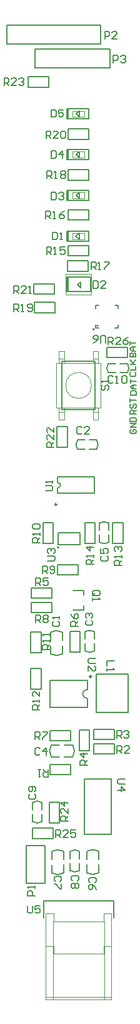
<source format=gto>
%FSLAX25Y25*%
%MOIN*%
G70*
G01*
G75*
%ADD10R,0.03150X0.03937*%
%ADD11R,0.03937X0.03150*%
%ADD12R,0.04724X0.03937*%
%ADD13R,0.01575X0.03937*%
%ADD14R,0.03150X0.03543*%
%ADD15R,0.03150X0.03543*%
%ADD16R,0.02400X0.05906*%
%ADD17R,0.12402X0.08898*%
%ADD18R,0.03937X0.04724*%
%ADD19C,0.05906*%
%ADD20R,0.15748X0.05118*%
%ADD21R,0.03150X0.02559*%
%ADD22R,0.00787X0.02362*%
%ADD23R,0.00787X0.03150*%
%ADD24R,0.02362X0.00787*%
%ADD25R,0.03150X0.00787*%
%ADD26R,0.05118X0.05118*%
%ADD27O,0.01969X0.07874*%
%ADD28R,0.01969X0.07874*%
%ADD29R,0.05906X0.03937*%
%ADD30R,0.05906X0.12992*%
%ADD31R,0.01063X0.07874*%
%ADD32R,0.02362X0.07874*%
%ADD33C,0.01575*%
%ADD34C,0.01000*%
%ADD35C,0.03937*%
%ADD36C,0.00787*%
%ADD37C,0.01181*%
%ADD38R,0.05906X0.05906*%
%ADD39R,0.05906X0.05906*%
%ADD40C,0.01969*%
%ADD41C,0.03150*%
%ADD42C,0.02756*%
%ADD43C,0.00197*%
%ADD44C,0.00500*%
%ADD45C,0.00984*%
%ADD46C,0.00600*%
%ADD47C,0.00709*%
%ADD48C,0.00591*%
%ADD49C,0.00492*%
D36*
X52012Y-440031D02*
G03*
X45876Y-440008I-3087J-5038D01*
G01*
X45871Y-451616D02*
G03*
X52109Y-451454I2989J5097D01*
G01*
X36833Y-450325D02*
G03*
X41774Y-450325I2471J3706D01*
G01*
Y-440089D02*
G03*
X36833Y-440089I-2471J-3706D01*
G01*
X33369Y-440109D02*
G03*
X27233Y-440086I-3087J-5038D01*
G01*
X27228Y-451694D02*
G03*
X33466Y-451532I2989J5097D01*
G01*
X57451Y-265932D02*
G03*
X52509Y-265932I-2471J-3706D01*
G01*
Y-276168D02*
G03*
X57451Y-276168I2471J3706D01*
G01*
X30780Y-278775D02*
G03*
X30780Y-278775I-394J0D01*
G01*
X49722Y-323583D02*
G03*
X44781Y-323583I-2471J-3706D01*
G01*
Y-333819D02*
G03*
X49722Y-333819I2471J3706D01*
G01*
X26485Y-335349D02*
G03*
X32621Y-335371I3087J5038D01*
G01*
X32626Y-323764D02*
G03*
X26388Y-323925I-2989J-5097D01*
G01*
X38261Y-389943D02*
G03*
X38284Y-383806I-5038J3087D01*
G01*
X26676Y-383802D02*
G03*
X26838Y-390039I5097J-2989D01*
G01*
X40742Y-221871D02*
G03*
X40742Y-226812I3706J-2471D01*
G01*
X50978D02*
G03*
X50978Y-221871I-3706J2471D01*
G01*
X49766Y-163172D02*
G03*
X49766Y-163172I-394J0D01*
G01*
X67418Y-186201D02*
G03*
X67418Y-181259I-3706J2471D01*
G01*
X57182D02*
G03*
X57182Y-186201I3706J-2471D01*
G01*
X30196Y-247304D02*
G03*
X30196Y-244417I0J1444D01*
G01*
X21731Y-414172D02*
G03*
X16789Y-414172I-2471J-3706D01*
G01*
Y-424408D02*
G03*
X21731Y-424408I2471J3706D01*
G01*
X35478Y-126844D02*
X46502D01*
X35478Y-132356D02*
Y-126844D01*
Y-132356D02*
X46502D01*
Y-126844D01*
X29844Y-225662D02*
Y-214638D01*
Y-225662D02*
X35356D01*
Y-214638D01*
X29844D02*
X35356D01*
X41774Y-450325D02*
Y-446388D01*
X36833Y-450325D02*
Y-446388D01*
X41774Y-444026D02*
Y-440089D01*
X36833Y-444026D02*
Y-440089D01*
X52509Y-269869D02*
Y-265932D01*
X57451Y-269869D02*
Y-265932D01*
X52509Y-276168D02*
Y-272231D01*
X57451Y-276168D02*
Y-272231D01*
X50256Y-276662D02*
Y-265638D01*
X44744D02*
X50256D01*
X44744Y-276662D02*
Y-265638D01*
Y-276662D02*
X50256D01*
X27886Y-276772D02*
Y-265748D01*
X22374D02*
X27886D01*
X22374Y-276772D02*
Y-265748D01*
Y-276772D02*
X27886D01*
X30047Y-287962D02*
X41070D01*
X30047Y-293474D02*
Y-287962D01*
Y-293474D02*
X41070D01*
Y-287962D01*
X38542Y-301770D02*
X44172D01*
X38502Y-312006D02*
X44172D01*
Y-304132D02*
Y-301770D01*
Y-312006D02*
Y-309644D01*
X16189Y-313438D02*
X27213D01*
Y-307926D01*
X16189D02*
X27213D01*
X16189Y-313438D02*
Y-307926D01*
Y-305898D02*
X27213D01*
Y-300386D01*
X16189D02*
X27213D01*
X16189Y-305898D02*
Y-300386D01*
X26088Y-393974D02*
X37112D01*
X26088Y-399486D02*
Y-393974D01*
Y-399486D02*
X37112D01*
Y-393974D01*
X44781Y-327520D02*
Y-323583D01*
X49722Y-327520D02*
Y-323583D01*
X44781Y-333819D02*
Y-329882D01*
X49722Y-333819D02*
Y-329882D01*
X42147Y-334283D02*
Y-323259D01*
X36635D02*
X42147D01*
X36635Y-334283D02*
Y-323259D01*
Y-334283D02*
X42147D01*
X21327Y-334702D02*
Y-323678D01*
X15815D02*
X21327D01*
X15815Y-334702D02*
Y-323678D01*
Y-334702D02*
X21327D01*
X21317Y-354022D02*
Y-342998D01*
X15805D02*
X21317D01*
X15805Y-354022D02*
Y-342998D01*
Y-354022D02*
X21317D01*
X26162Y-381552D02*
X37186D01*
Y-376040D01*
X26162D02*
X37186D01*
X26162Y-381552D02*
Y-376040D01*
X49379Y-380791D02*
X60403D01*
Y-375279D01*
X49379D02*
X60403D01*
X49379Y-380791D02*
Y-375279D01*
X47174Y-386690D02*
Y-375666D01*
X41662D02*
X47174D01*
X41662Y-386690D02*
Y-375666D01*
Y-386690D02*
X47174D01*
X40742Y-226812D02*
X44679D01*
X40742Y-221871D02*
X44679D01*
X47041Y-226812D02*
X50978D01*
X47041Y-221871D02*
X50978D01*
X35863Y-51456D02*
X46847D01*
Y-45944D01*
X35863D02*
X46847D01*
X35194Y-51456D02*
Y-46574D01*
X35863Y-51456D02*
Y-45944D01*
X35194Y-46574D02*
Y-45983D01*
X35233Y-45944D01*
X35863D01*
X35194Y-51456D02*
X37399D01*
X35838Y-62246D02*
X46862D01*
Y-56734D01*
X35838D02*
X46862D01*
X35838Y-62246D02*
Y-56734D01*
X35727Y-73134D02*
X46712D01*
Y-67622D01*
X35727D02*
X46712D01*
X35058Y-73134D02*
Y-68252D01*
X35727Y-73134D02*
Y-67622D01*
X35058Y-68252D02*
Y-67661D01*
X35098Y-67622D01*
X35727D01*
X35058Y-73134D02*
X37263D01*
X35668Y-84076D02*
X46692D01*
Y-78564D01*
X35668D02*
X46692D01*
X35668Y-84076D02*
Y-78564D01*
X35723Y-94899D02*
X46707D01*
Y-89387D01*
X35723D02*
X46707D01*
X35053Y-94899D02*
Y-90017D01*
X35723Y-94899D02*
Y-89387D01*
X35053Y-90017D02*
Y-89427D01*
X35093Y-89387D01*
X35723D01*
X35053Y-94899D02*
X37258D01*
X35708Y-105186D02*
X46732D01*
Y-99674D01*
X35708D02*
X46732D01*
X35708Y-105186D02*
Y-99674D01*
X35628Y-116458D02*
X46612D01*
Y-110946D01*
X35628D02*
X46612D01*
X34959Y-116458D02*
Y-111576D01*
X35628Y-116458D02*
Y-110946D01*
X34959Y-111576D02*
Y-110985D01*
X34998Y-110946D01*
X35628D01*
X34959Y-116458D02*
X37163D01*
X35618Y-124176D02*
X46642D01*
Y-118664D01*
X35618D02*
X46642D01*
X35618Y-124176D02*
Y-118664D01*
X40922Y-139505D02*
X42497Y-137930D01*
X40922Y-139505D02*
X42497Y-141080D01*
X35804Y-143049D02*
Y-135568D01*
X35017Y-143049D02*
Y-135568D01*
X47615Y-143049D02*
Y-135568D01*
X42497Y-141080D02*
Y-137930D01*
X35017Y-135568D02*
X47615D01*
X35017Y-143049D02*
X47615D01*
X17478Y-144526D02*
X28502D01*
Y-139014D01*
X17478D02*
X28502D01*
X17478Y-144526D02*
Y-139014D01*
X17618Y-154316D02*
X28642D01*
Y-148804D01*
X17618D02*
X28642D01*
X17618Y-154316D02*
Y-148804D01*
X56498Y-178166D02*
X67522D01*
Y-172654D01*
X56498D02*
X67522D01*
X56498Y-178166D02*
Y-172654D01*
X63481Y-181259D02*
X67418D01*
X63481Y-186201D02*
X67418D01*
X57182Y-181259D02*
X61119D01*
X57182Y-186201D02*
X61119D01*
X32452Y-205665D02*
X50168D01*
Y-180075D01*
X32452D02*
X50168D01*
X32452Y-205665D02*
Y-180075D01*
X30196Y-250191D02*
Y-247304D01*
Y-244417D02*
Y-241529D01*
X49881Y-250191D02*
Y-241529D01*
X30196Y-250191D02*
X49881D01*
X30196Y-241529D02*
X49881D01*
X59544Y-276712D02*
Y-265688D01*
Y-276712D02*
X65056D01*
Y-265688D01*
X59544D02*
X65056D01*
X44583Y-401773D02*
X44780Y-401576D01*
X58757Y-430710D02*
Y-415198D01*
X44583Y-430907D02*
X58717D01*
X44583D02*
Y-401773D01*
X44780Y-401576D02*
X58717D01*
X58757Y-416340D02*
Y-401537D01*
X49449Y-388571D02*
X60473D01*
Y-383060D01*
X49449D02*
X60473D01*
X49449Y-388571D02*
Y-383060D01*
X16789Y-418109D02*
Y-414172D01*
X21731Y-418109D02*
Y-414172D01*
X16789Y-424408D02*
Y-420471D01*
X21731Y-424408D02*
Y-420471D01*
X25714Y-424992D02*
Y-413968D01*
Y-424992D02*
X31226D01*
Y-413968D01*
X25714D02*
X31226D01*
X13494Y-456912D02*
X23494D01*
X13494D02*
Y-436912D01*
X23494D01*
Y-456912D02*
Y-436912D01*
X16888Y-433256D02*
X27912D01*
Y-427744D01*
X16888D02*
X27912D01*
X16888Y-433256D02*
Y-427744D01*
X14288Y-29194D02*
X25312D01*
X14288Y-34706D02*
Y-29194D01*
Y-34706D02*
X25312D01*
Y-29194D01*
X17950Y-24540D02*
Y-14540D01*
X57950D01*
X17950Y-24540D02*
X57950D01*
Y-14540D01*
X3110Y-11700D02*
Y-1700D01*
X53110D01*
X3110Y-11700D02*
X53110D01*
Y-1700D01*
X55779Y-170274D02*
Y-166995D01*
X55123Y-166339D01*
X53811D01*
X53155Y-166995D01*
Y-170274D01*
X49219D02*
X50531Y-169618D01*
X51843Y-168306D01*
Y-166995D01*
X51187Y-166339D01*
X49875D01*
X49219Y-166995D01*
Y-167650D01*
X49875Y-168306D01*
X51843D01*
X14215Y-468969D02*
Y-472249D01*
X14871Y-472905D01*
X16183D01*
X16839Y-472249D01*
Y-468969D01*
X20775D02*
X18151D01*
Y-470937D01*
X19463Y-470282D01*
X20119D01*
X20775Y-470937D01*
Y-472249D01*
X20119Y-472905D01*
X18807D01*
X18151Y-472249D01*
X65944Y-401732D02*
X62664D01*
X62008Y-402388D01*
Y-403700D01*
X62664Y-404356D01*
X65944D01*
X62008Y-407636D02*
X65944D01*
X63976Y-405668D01*
Y-408292D01*
X24768Y-286037D02*
X28047D01*
X28703Y-285381D01*
Y-284069D01*
X28047Y-283414D01*
X24768D01*
X25423Y-282102D02*
X24768Y-281446D01*
Y-280134D01*
X25423Y-279478D01*
X26079D01*
X26735Y-280134D01*
Y-280790D01*
Y-280134D01*
X27391Y-279478D01*
X28047D01*
X28703Y-280134D01*
Y-281446D01*
X28047Y-282102D01*
X50432Y-337717D02*
X47152D01*
X46496Y-338372D01*
Y-339684D01*
X47152Y-340340D01*
X50432D01*
X46496Y-344276D02*
Y-341652D01*
X49120Y-344276D01*
X49776D01*
X50432Y-343620D01*
Y-342308D01*
X49776Y-341652D01*
X23663Y-248780D02*
X26943D01*
X27598Y-248124D01*
Y-246812D01*
X26943Y-246156D01*
X23663D01*
X27598Y-244844D02*
Y-243532D01*
Y-244188D01*
X23663D01*
X24319Y-244844D01*
X54122Y-192770D02*
X53466Y-193426D01*
Y-194738D01*
X54122Y-195394D01*
X54778D01*
X55434Y-194738D01*
Y-193426D01*
X56090Y-192770D01*
X56746D01*
X57402Y-193426D01*
Y-194738D01*
X56746Y-195394D01*
X57402Y-191458D02*
Y-190146D01*
Y-190802D01*
X53466D01*
X54122Y-191458D01*
X57177Y-171205D02*
Y-167269D01*
X59145D01*
X59801Y-167925D01*
Y-169237D01*
X59145Y-169893D01*
X57177D01*
X58489D02*
X59801Y-171205D01*
X63736D02*
X61113D01*
X63736Y-168581D01*
Y-167925D01*
X63081Y-167269D01*
X61769D01*
X61113Y-167925D01*
X67672Y-167269D02*
X66360Y-167925D01*
X65048Y-169237D01*
Y-170549D01*
X65704Y-171205D01*
X67016D01*
X67672Y-170549D01*
Y-169893D01*
X67016Y-169237D01*
X65048D01*
X29173Y-432677D02*
Y-428741D01*
X31141D01*
X31797Y-429397D01*
Y-430709D01*
X31141Y-431365D01*
X29173D01*
X30485D02*
X31797Y-432677D01*
X35733D02*
X33109D01*
X35733Y-430053D01*
Y-429397D01*
X35077Y-428741D01*
X33765D01*
X33109Y-429397D01*
X39669Y-428741D02*
X37045D01*
Y-430709D01*
X38357Y-430053D01*
X39013D01*
X39669Y-430709D01*
Y-432021D01*
X39013Y-432677D01*
X37701D01*
X37045Y-432021D01*
X35827Y-424094D02*
X31891D01*
Y-422127D01*
X32547Y-421471D01*
X33859D01*
X34515Y-422127D01*
Y-424094D01*
Y-422783D02*
X35827Y-421471D01*
Y-417535D02*
Y-420159D01*
X33203Y-417535D01*
X32547D01*
X31891Y-418191D01*
Y-419503D01*
X32547Y-420159D01*
X35827Y-414255D02*
X31891D01*
X33859Y-416223D01*
Y-413599D01*
X1614Y-33740D02*
Y-29804D01*
X3582D01*
X4238Y-30460D01*
Y-31772D01*
X3582Y-32428D01*
X1614D01*
X2926D02*
X4238Y-33740D01*
X8174D02*
X5550D01*
X8174Y-31116D01*
Y-30460D01*
X7518Y-29804D01*
X6206D01*
X5550Y-30460D01*
X9486D02*
X10142Y-29804D01*
X11453D01*
X12110Y-30460D01*
Y-31116D01*
X11453Y-31772D01*
X10798D01*
X11453D01*
X12110Y-32428D01*
Y-33084D01*
X11453Y-33740D01*
X10142D01*
X9486Y-33084D01*
X28210Y-225767D02*
X24275D01*
Y-223799D01*
X24930Y-223143D01*
X26242D01*
X26898Y-223799D01*
Y-225767D01*
Y-224455D02*
X28210Y-223143D01*
Y-219207D02*
Y-221831D01*
X25587Y-219207D01*
X24930D01*
X24275Y-219863D01*
Y-221175D01*
X24930Y-221831D01*
X28210Y-215272D02*
Y-217895D01*
X25587Y-215272D01*
X24930D01*
X24275Y-215928D01*
Y-217239D01*
X24930Y-217895D01*
X6811Y-144095D02*
Y-140159D01*
X8779D01*
X9435Y-140815D01*
Y-142127D01*
X8779Y-142783D01*
X6811D01*
X8123D02*
X9435Y-144095D01*
X13371D02*
X10747D01*
X13371Y-141471D01*
Y-140815D01*
X12715Y-140159D01*
X11403D01*
X10747Y-140815D01*
X14683Y-144095D02*
X15994D01*
X15338D01*
Y-140159D01*
X14683Y-140815D01*
X23976Y-61850D02*
Y-57915D01*
X25944D01*
X26600Y-58571D01*
Y-59882D01*
X25944Y-60539D01*
X23976D01*
X25288D02*
X26600Y-61850D01*
X30536D02*
X27912D01*
X30536Y-59227D01*
Y-58571D01*
X29880Y-57915D01*
X28568D01*
X27912Y-58571D01*
X31848D02*
X32504Y-57915D01*
X33816D01*
X34472Y-58571D01*
Y-61194D01*
X33816Y-61850D01*
X32504D01*
X31848Y-61194D01*
Y-58571D01*
X6929Y-153701D02*
Y-149765D01*
X8897D01*
X9553Y-150421D01*
Y-151733D01*
X8897Y-152389D01*
X6929D01*
X8241D02*
X9553Y-153701D01*
X10865D02*
X12177D01*
X11521D01*
Y-149765D01*
X10865Y-150421D01*
X14145Y-153045D02*
X14801Y-153701D01*
X16113D01*
X16769Y-153045D01*
Y-150421D01*
X16113Y-149765D01*
X14801D01*
X14145Y-150421D01*
Y-151077D01*
X14801Y-151733D01*
X16769D01*
X24567Y-83150D02*
Y-79214D01*
X26535D01*
X27191Y-79870D01*
Y-81182D01*
X26535Y-81838D01*
X24567D01*
X25879D02*
X27191Y-83150D01*
X28503D02*
X29815D01*
X29159D01*
Y-79214D01*
X28503Y-79870D01*
X31782D02*
X32438Y-79214D01*
X33750D01*
X34406Y-79870D01*
Y-80526D01*
X33750Y-81182D01*
X34406Y-81838D01*
Y-82494D01*
X33750Y-83150D01*
X32438D01*
X31782Y-82494D01*
Y-81838D01*
X32438Y-81182D01*
X31782Y-80526D01*
Y-79870D01*
X32438Y-81182D02*
X33750D01*
X47992Y-131417D02*
Y-127482D01*
X49960D01*
X50616Y-128138D01*
Y-129449D01*
X49960Y-130105D01*
X47992D01*
X49304D02*
X50616Y-131417D01*
X51928D02*
X53240D01*
X52584D01*
Y-127482D01*
X51928Y-128138D01*
X55208Y-127482D02*
X57832D01*
Y-128138D01*
X55208Y-130761D01*
Y-131417D01*
X23858Y-104252D02*
Y-100316D01*
X25826D01*
X26482Y-100972D01*
Y-102284D01*
X25826Y-102940D01*
X23858D01*
X25170D02*
X26482Y-104252D01*
X27794D02*
X29106D01*
X28450D01*
Y-100316D01*
X27794Y-100972D01*
X33698Y-100316D02*
X32386Y-100972D01*
X31074Y-102284D01*
Y-103596D01*
X31730Y-104252D01*
X33042D01*
X33698Y-103596D01*
Y-102940D01*
X33042Y-102284D01*
X31074D01*
X24273Y-123475D02*
Y-119539D01*
X26241D01*
X26897Y-120195D01*
Y-121507D01*
X26241Y-122163D01*
X24273D01*
X25585D02*
X26897Y-123475D01*
X28209D02*
X29521D01*
X28865D01*
Y-119539D01*
X28209Y-120195D01*
X34113Y-119539D02*
X31489D01*
Y-121507D01*
X32801Y-120851D01*
X33457D01*
X34113Y-121507D01*
Y-122819D01*
X33457Y-123475D01*
X32145D01*
X31489Y-122819D01*
X49487Y-287899D02*
X45551D01*
Y-285931D01*
X46207Y-285276D01*
X47519D01*
X48175Y-285931D01*
Y-287899D01*
Y-286587D02*
X49487Y-285276D01*
Y-283963D02*
Y-282652D01*
Y-283308D01*
X45551D01*
X46207Y-283963D01*
X49487Y-278716D02*
X45551D01*
X47519Y-280684D01*
Y-278060D01*
X64399Y-288340D02*
X60464D01*
Y-286373D01*
X61119Y-285717D01*
X62431D01*
X63087Y-286373D01*
Y-288340D01*
Y-287029D02*
X64399Y-285717D01*
Y-284405D02*
Y-283093D01*
Y-283749D01*
X60464D01*
X61119Y-284405D01*
Y-281125D02*
X60464Y-280469D01*
Y-279157D01*
X61119Y-278501D01*
X61775D01*
X62431Y-279157D01*
Y-279813D01*
Y-279157D01*
X63087Y-278501D01*
X63743D01*
X64399Y-279157D01*
Y-280469D01*
X63743Y-281125D01*
X20591Y-365118D02*
X16655D01*
Y-363150D01*
X17311Y-362494D01*
X18623D01*
X19279Y-363150D01*
Y-365118D01*
Y-363806D02*
X20591Y-362494D01*
Y-361182D02*
Y-359871D01*
Y-360526D01*
X16655D01*
X17311Y-361182D01*
X20591Y-355279D02*
Y-357903D01*
X17967Y-355279D01*
X17311D01*
X16655Y-355935D01*
Y-357247D01*
X17311Y-357903D01*
X26024Y-333071D02*
X22088D01*
Y-331103D01*
X22744Y-330447D01*
X24056D01*
X24712Y-331103D01*
Y-333071D01*
Y-331759D02*
X26024Y-330447D01*
Y-329135D02*
Y-327823D01*
Y-328479D01*
X22088D01*
X22744Y-329135D01*
X26024Y-325855D02*
Y-324543D01*
Y-325199D01*
X22088D01*
X22744Y-325855D01*
X20731Y-276267D02*
X16796D01*
Y-274299D01*
X17452Y-273643D01*
X18764D01*
X19420Y-274299D01*
Y-276267D01*
Y-274955D02*
X20731Y-273643D01*
Y-272331D02*
Y-271019D01*
Y-271675D01*
X16796D01*
X17452Y-272331D01*
Y-269052D02*
X16796Y-268395D01*
Y-267084D01*
X17452Y-266428D01*
X20076D01*
X20731Y-267084D01*
Y-268395D01*
X20076Y-269052D01*
X17452D01*
X22016Y-292669D02*
Y-288733D01*
X23984D01*
X24640Y-289389D01*
Y-290701D01*
X23984Y-291357D01*
X22016D01*
X23328D02*
X24640Y-292669D01*
X25952Y-292013D02*
X26608Y-292669D01*
X27920D01*
X28576Y-292013D01*
Y-289389D01*
X27920Y-288733D01*
X26608D01*
X25952Y-289389D01*
Y-290045D01*
X26608Y-290701D01*
X28576D01*
X18571Y-318622D02*
Y-314686D01*
X20539D01*
X21195Y-315342D01*
Y-316654D01*
X20539Y-317310D01*
X18571D01*
X19883D02*
X21195Y-318622D01*
X22507Y-315342D02*
X23163Y-314686D01*
X24475D01*
X25131Y-315342D01*
Y-315998D01*
X24475Y-316654D01*
X25131Y-317310D01*
Y-317966D01*
X24475Y-318622D01*
X23163D01*
X22507Y-317966D01*
Y-317310D01*
X23163Y-316654D01*
X22507Y-315998D01*
Y-315342D01*
X23163Y-316654D02*
X24475D01*
X18268Y-380793D02*
Y-376857D01*
X20236D01*
X20892Y-377513D01*
Y-378825D01*
X20236Y-379481D01*
X18268D01*
X19580D02*
X20892Y-380793D01*
X22204Y-376857D02*
X24828D01*
Y-377513D01*
X22204Y-380137D01*
Y-380793D01*
X41075Y-320751D02*
X37139D01*
Y-318783D01*
X37795Y-318127D01*
X39107D01*
X39763Y-318783D01*
Y-320751D01*
Y-319439D02*
X41075Y-318127D01*
X37139Y-314191D02*
X37795Y-315503D01*
X39107Y-316815D01*
X40419D01*
X41075Y-316159D01*
Y-314847D01*
X40419Y-314191D01*
X39763D01*
X39107Y-314847D01*
Y-316815D01*
X18571Y-299134D02*
Y-295198D01*
X20539D01*
X21195Y-295854D01*
Y-297166D01*
X20539Y-297822D01*
X18571D01*
X19883D02*
X21195Y-299134D01*
X25131Y-295198D02*
X22507D01*
Y-297166D01*
X23819Y-296510D01*
X24475D01*
X25131Y-297166D01*
Y-298478D01*
X24475Y-299134D01*
X23163D01*
X22507Y-298478D01*
X46114Y-394334D02*
X42178D01*
Y-392366D01*
X42834Y-391710D01*
X44146D01*
X44802Y-392366D01*
Y-394334D01*
Y-393022D02*
X46114Y-391710D01*
Y-388430D02*
X42178D01*
X44146Y-390398D01*
Y-387774D01*
X61654Y-379961D02*
Y-376025D01*
X63621D01*
X64277Y-376681D01*
Y-377993D01*
X63621Y-378649D01*
X61654D01*
X62965D02*
X64277Y-379961D01*
X65589Y-376681D02*
X66245Y-376025D01*
X67557D01*
X68213Y-376681D01*
Y-377337D01*
X67557Y-377993D01*
X66901D01*
X67557D01*
X68213Y-378649D01*
Y-379305D01*
X67557Y-379961D01*
X66245D01*
X65589Y-379305D01*
X61772Y-387992D02*
Y-384056D01*
X63740D01*
X64395Y-384712D01*
Y-386024D01*
X63740Y-386680D01*
X61772D01*
X63084D02*
X64395Y-387992D01*
X68331D02*
X65707D01*
X68331Y-385368D01*
Y-384712D01*
X67675Y-384056D01*
X66363D01*
X65707Y-384712D01*
X24962Y-396724D02*
Y-400660D01*
X22994D01*
X22338Y-400004D01*
Y-398692D01*
X22994Y-398036D01*
X24962D01*
X23650D02*
X22338Y-396724D01*
X21026D02*
X19715D01*
X20370D01*
Y-400660D01*
X21026Y-400004D01*
X49402Y-304399D02*
X52026D01*
X52682Y-303743D01*
Y-302431D01*
X52026Y-301775D01*
X49402D01*
X48746Y-302431D01*
Y-303743D01*
X50058Y-303087D02*
X48746Y-304399D01*
Y-303743D02*
X49402Y-304399D01*
X48746Y-305711D02*
Y-307023D01*
Y-306367D01*
X52682D01*
X52026Y-305711D01*
X59921Y-21614D02*
Y-17678D01*
X61889D01*
X62545Y-18334D01*
Y-19646D01*
X61889Y-20302D01*
X59921D01*
X63857Y-18334D02*
X64513Y-17678D01*
X65825D01*
X66481Y-18334D01*
Y-18990D01*
X65825Y-19646D01*
X65169D01*
X65825D01*
X66481Y-20302D01*
Y-20958D01*
X65825Y-21614D01*
X64513D01*
X63857Y-20958D01*
X55276Y-9016D02*
Y-5080D01*
X57244D01*
X57899Y-5736D01*
Y-7048D01*
X57244Y-7704D01*
X55276D01*
X61835Y-9016D02*
X59211D01*
X61835Y-6392D01*
Y-5736D01*
X61179Y-5080D01*
X59867D01*
X59211Y-5736D01*
X18110Y-463701D02*
X14175D01*
Y-461733D01*
X14830Y-461077D01*
X16142D01*
X16798Y-461733D01*
Y-463701D01*
X18110Y-459765D02*
Y-458453D01*
Y-459109D01*
X14175D01*
X14830Y-459765D01*
X60510Y-339016D02*
X56575D01*
Y-341640D01*
Y-342951D02*
Y-344263D01*
Y-343607D01*
X60510D01*
X59855Y-342951D01*
X49134Y-137324D02*
Y-141260D01*
X51102D01*
X51758Y-140604D01*
Y-137980D01*
X51102Y-137324D01*
X49134D01*
X55693Y-141260D02*
X53070D01*
X55693Y-138636D01*
Y-137980D01*
X55037Y-137324D01*
X53726D01*
X53070Y-137980D01*
X59886Y-188404D02*
X59230Y-187748D01*
X57918D01*
X57262Y-188404D01*
Y-191028D01*
X57918Y-191683D01*
X59230D01*
X59886Y-191028D01*
X61198Y-191683D02*
X62510D01*
X61854D01*
Y-187748D01*
X61198Y-188404D01*
X64477D02*
X65133Y-187748D01*
X66445D01*
X67101Y-188404D01*
Y-191028D01*
X66445Y-191683D01*
X65133D01*
X64477Y-191028D01*
Y-188404D01*
X15303Y-409738D02*
X14647Y-410394D01*
Y-411706D01*
X15303Y-412362D01*
X17927D01*
X18583Y-411706D01*
Y-410394D01*
X17927Y-409738D01*
Y-408427D02*
X18583Y-407770D01*
Y-406459D01*
X17927Y-405803D01*
X15303D01*
X14647Y-406459D01*
Y-407770D01*
X15303Y-408427D01*
X15959D01*
X16615Y-407770D01*
Y-405803D01*
X40622Y-455778D02*
X41278Y-455122D01*
Y-453811D01*
X40622Y-453155D01*
X37998D01*
X37342Y-453811D01*
Y-455122D01*
X37998Y-455778D01*
X40622Y-457090D02*
X41278Y-457746D01*
Y-459058D01*
X40622Y-459714D01*
X39966D01*
X39310Y-459058D01*
X38654Y-459714D01*
X37998D01*
X37342Y-459058D01*
Y-457746D01*
X37998Y-457090D01*
X38654D01*
X39310Y-457746D01*
X39966Y-457090D01*
X40622D01*
X39310Y-457746D02*
Y-459058D01*
X31590Y-456084D02*
X32246Y-455428D01*
Y-454116D01*
X31590Y-453460D01*
X28966D01*
X28310Y-454116D01*
Y-455428D01*
X28966Y-456084D01*
X32246Y-457396D02*
Y-460019D01*
X31590D01*
X28966Y-457396D01*
X28310D01*
X50209Y-456588D02*
X50865Y-455932D01*
Y-454621D01*
X50209Y-453965D01*
X47585D01*
X46929Y-454621D01*
Y-455932D01*
X47585Y-456588D01*
X50865Y-460524D02*
X50209Y-459212D01*
X48897Y-457900D01*
X47585D01*
X46929Y-458556D01*
Y-459868D01*
X47585Y-460524D01*
X48241D01*
X48897Y-459868D01*
Y-457900D01*
X53839Y-283493D02*
X53184Y-284149D01*
Y-285461D01*
X53839Y-286117D01*
X56463D01*
X57119Y-285461D01*
Y-284149D01*
X56463Y-283493D01*
X53184Y-279557D02*
Y-282181D01*
X55151D01*
X54495Y-280869D01*
Y-280213D01*
X55151Y-279557D01*
X56463D01*
X57119Y-280213D01*
Y-281525D01*
X56463Y-282181D01*
X20759Y-385711D02*
X20103Y-385055D01*
X18791D01*
X18135Y-385711D01*
Y-388334D01*
X18791Y-388990D01*
X20103D01*
X20759Y-388334D01*
X24038Y-388990D02*
Y-385055D01*
X22071Y-387022D01*
X24694D01*
X45630Y-317576D02*
X44974Y-318232D01*
Y-319544D01*
X45630Y-320200D01*
X48254D01*
X48910Y-319544D01*
Y-318232D01*
X48254Y-317576D01*
X45630Y-316264D02*
X44974Y-315608D01*
Y-314296D01*
X45630Y-313640D01*
X46286D01*
X46942Y-314296D01*
Y-314952D01*
Y-314296D01*
X47598Y-313640D01*
X48254D01*
X48910Y-314296D01*
Y-315608D01*
X48254Y-316264D01*
X43052Y-215447D02*
X42397Y-214791D01*
X41085D01*
X40429Y-215447D01*
Y-218071D01*
X41085Y-218727D01*
X42397D01*
X43052Y-218071D01*
X46988Y-218727D02*
X44364D01*
X46988Y-216103D01*
Y-215447D01*
X46332Y-214791D01*
X45020D01*
X44364Y-215447D01*
X27953Y-318127D02*
X27297Y-318783D01*
Y-320095D01*
X27953Y-320751D01*
X30576D01*
X31232Y-320095D01*
Y-318783D01*
X30576Y-318127D01*
X31232Y-316815D02*
Y-315503D01*
Y-316159D01*
X27297D01*
X27953Y-316815D01*
X27362Y-111615D02*
Y-115551D01*
X29330D01*
X29986Y-114895D01*
Y-112271D01*
X29330Y-111615D01*
X27362D01*
X31298Y-115551D02*
X32610D01*
X31954D01*
Y-111615D01*
X31298Y-112271D01*
X26811Y-90395D02*
Y-94331D01*
X28779D01*
X29435Y-93675D01*
Y-91051D01*
X28779Y-90395D01*
X26811D01*
X30747Y-91051D02*
X31403Y-90395D01*
X32715D01*
X33371Y-91051D01*
Y-91707D01*
X32715Y-92363D01*
X32059D01*
X32715D01*
X33371Y-93019D01*
Y-93675D01*
X32715Y-94331D01*
X31403D01*
X30747Y-93675D01*
X26811Y-68387D02*
Y-72323D01*
X28779D01*
X29435Y-71667D01*
Y-69043D01*
X28779Y-68387D01*
X26811D01*
X32715Y-72323D02*
Y-68387D01*
X30747Y-70355D01*
X33371D01*
X26693Y-46615D02*
Y-50551D01*
X28661D01*
X29317Y-49895D01*
Y-47271D01*
X28661Y-46615D01*
X26693D01*
X33253D02*
X30629D01*
Y-48583D01*
X31941Y-47927D01*
X32596D01*
X33253Y-48583D01*
Y-49895D01*
X32596Y-50551D01*
X31285D01*
X30629Y-49895D01*
D43*
X48228Y-192913D02*
G03*
X48228Y-192913I-6890J0D01*
G01*
X23740Y-518701D02*
X58937D01*
X23740Y-517244D02*
X58937D01*
X54724Y-490433D02*
X58936D01*
X54724Y-494567D02*
Y-490433D01*
X27953Y-494567D02*
Y-490433D01*
X23741D02*
X27953D01*
X27677Y-494567D02*
X55000D01*
Y-518701D02*
Y-477362D01*
X27677Y-518701D02*
Y-477362D01*
X58937Y-518701D02*
Y-473229D01*
X54724D02*
X58936D01*
X54724Y-477362D02*
Y-473229D01*
X27677Y-477362D02*
X55000D01*
X27953D02*
Y-473229D01*
X23741D02*
X27953D01*
X23740Y-518701D02*
Y-473229D01*
X49016Y-178839D02*
X51772D01*
X49016Y-174902D02*
X51772D01*
Y-181004D02*
Y-174902D01*
X49016Y-181004D02*
Y-174902D01*
X30906Y-178839D02*
X33661D01*
X30906Y-174902D02*
X33661D01*
Y-181004D02*
Y-174902D01*
X30906Y-181004D02*
Y-174902D01*
X49016Y-210925D02*
X51772D01*
X49016Y-206988D02*
X51772D01*
Y-210925D02*
Y-204823D01*
X49016Y-210925D02*
Y-204823D01*
X30906Y-210925D02*
X33661D01*
X30906Y-206988D02*
X33661D01*
Y-210925D02*
Y-204823D01*
X30906Y-210925D02*
Y-204823D01*
X29429Y-181004D02*
X53248D01*
X29429Y-204823D02*
X53248D01*
X29429D02*
Y-181004D01*
X53248Y-204823D02*
Y-181004D01*
X34449Y-144882D02*
Y-133858D01*
Y-144882D02*
X48228D01*
Y-133858D01*
X34449D02*
X48228D01*
X38189Y-115354D02*
Y-112205D01*
Y-115354D02*
X44488D01*
Y-112205D01*
X38189D02*
X44488D01*
X38189Y-93701D02*
Y-90551D01*
X44488Y-93701D02*
Y-90551D01*
X38189Y-93701D02*
X44488D01*
X38189Y-90551D02*
X44488D01*
X38189Y-72047D02*
Y-68898D01*
Y-72047D02*
X44488D01*
Y-68898D01*
X38189D02*
X44488D01*
X38189Y-50394D02*
Y-47244D01*
Y-50394D02*
X44488D01*
Y-47244D01*
X38189D02*
X44488D01*
D44*
X45535Y-354357D02*
G03*
X45535Y-358857I248J-2250D01*
G01*
D45*
X48181Y-347325D02*
G03*
X48181Y-347325I-492J0D01*
G01*
X29684Y-256096D02*
G03*
X29684Y-256096I-492J0D01*
G01*
D46*
X51892Y-161282D02*
G03*
X51892Y-161282I-394J0D01*
G01*
D47*
X52090Y-451458D02*
Y-447086D01*
X52112Y-444380D02*
Y-440058D01*
X45840Y-444430D02*
Y-440008D01*
Y-451558D02*
Y-447186D01*
X33447Y-451536D02*
Y-447164D01*
X33469Y-444458D02*
Y-440136D01*
X27197Y-444508D02*
Y-440086D01*
Y-451636D02*
Y-447264D01*
X41989Y-277425D02*
Y-271126D01*
X30571D02*
X41989D01*
X30571Y-277425D02*
X41989D01*
X30571D02*
Y-271126D01*
X26408Y-328293D02*
Y-323921D01*
X26385Y-335321D02*
Y-330999D01*
X32658Y-335371D02*
Y-330949D01*
Y-328193D02*
Y-323821D01*
X26834Y-390020D02*
X31206D01*
X33912Y-390042D02*
X38234D01*
X33862Y-383770D02*
X38284D01*
X26734D02*
X31106D01*
X50763Y-366273D02*
Y-346084D01*
X67763D01*
X50763Y-366273D02*
X67763D01*
Y-346084D01*
X68702Y-177756D02*
X71850D01*
Y-176182D01*
X71326Y-175657D01*
X70801D01*
X70276Y-176182D01*
Y-177756D01*
Y-176182D01*
X69751Y-175657D01*
X69227D01*
X68702Y-176182D01*
Y-177756D01*
X71850Y-174607D02*
X69751D01*
X68702Y-173558D01*
X69751Y-172508D01*
X71850D01*
X70276D01*
Y-174607D01*
X68702Y-171459D02*
Y-169360D01*
Y-170409D01*
X71850D01*
X69266Y-185854D02*
X68741Y-186379D01*
Y-187428D01*
X69266Y-187953D01*
X71365D01*
X71890Y-187428D01*
Y-186379D01*
X71365Y-185854D01*
X68741Y-184804D02*
X71890D01*
Y-182705D01*
X68741Y-181656D02*
X71890D01*
X70840D01*
X68741Y-179557D01*
X70315Y-181131D01*
X71890Y-179557D01*
X68938Y-197992D02*
X72087D01*
Y-196418D01*
X71562Y-195893D01*
X69463D01*
X68938Y-196418D01*
Y-197992D01*
X72087Y-194843D02*
X69987D01*
X68938Y-193794D01*
X69987Y-192745D01*
X72087D01*
X70512D01*
Y-194843D01*
X68938Y-191695D02*
Y-189596D01*
Y-190645D01*
X72087D01*
X71969Y-208110D02*
X68820D01*
Y-206536D01*
X69345Y-206011D01*
X70394D01*
X70919Y-206536D01*
Y-208110D01*
Y-207061D02*
X71969Y-206011D01*
X69345Y-202863D02*
X68820Y-203387D01*
Y-204437D01*
X69345Y-204962D01*
X69869D01*
X70394Y-204437D01*
Y-203387D01*
X70919Y-202863D01*
X71444D01*
X71969Y-203387D01*
Y-204437D01*
X71444Y-204962D01*
X68820Y-201813D02*
Y-199714D01*
Y-200764D01*
X71969D01*
X69345Y-216247D02*
X68820Y-216772D01*
Y-217822D01*
X69345Y-218347D01*
X71444D01*
X71969Y-217822D01*
Y-216772D01*
X71444Y-216247D01*
X70394D01*
Y-217297D01*
X71969Y-215198D02*
X68820D01*
X71969Y-213099D01*
X68820D01*
Y-212049D02*
X71969D01*
Y-210475D01*
X71444Y-209950D01*
X69345D01*
X68820Y-210475D01*
Y-212049D01*
D48*
X26035Y-349357D02*
X46035D01*
Y-354357D02*
Y-349357D01*
Y-363857D02*
Y-358857D01*
X26035Y-363857D02*
X46035D01*
X26035D02*
Y-349357D01*
X40154Y-48700D02*
Y-48700D01*
X41847Y-47007D01*
Y-50432D02*
Y-47007D01*
X40154Y-48739D02*
X41847Y-50432D01*
X40019Y-70378D02*
Y-70378D01*
X41712Y-68685D01*
Y-72110D02*
Y-68685D01*
X40019Y-70417D02*
X41712Y-72110D01*
X40014Y-92143D02*
Y-92143D01*
X41707Y-90450D01*
Y-93876D02*
Y-90450D01*
X40014Y-92183D02*
X41707Y-93876D01*
X39919Y-113702D02*
Y-113702D01*
X41612Y-112009D01*
Y-115434D02*
Y-112009D01*
X39919Y-113741D02*
X41612Y-115434D01*
X50475Y-162305D02*
X52167D01*
X50475D02*
Y-160652D01*
Y-152148D02*
Y-150495D01*
X52128D01*
X62286Y-152148D02*
Y-150495D01*
X60632D02*
X62286D01*
Y-162305D02*
Y-160652D01*
X60632Y-162305D02*
X62286D01*
X22808Y-466537D02*
X60170D01*
Y-475356D02*
Y-466537D01*
X22808Y-475395D02*
Y-466537D01*
D49*
X45535Y-354357D02*
X46035D01*
X45535Y-358857D02*
X46035D01*
M02*

</source>
